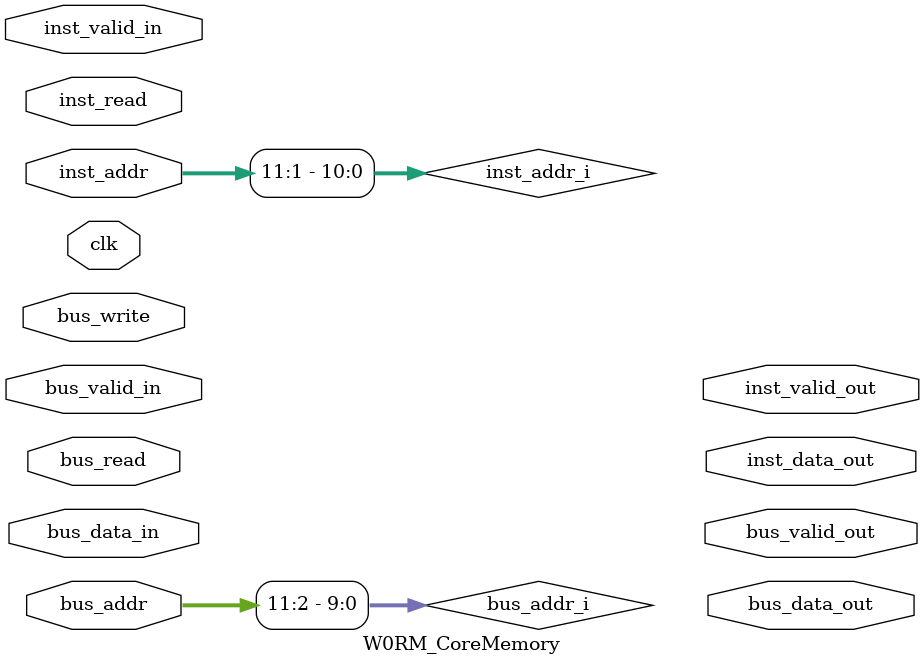
<source format=v>
`timescale 1ns/100ps

module W0RM_CoreMemory #(
  parameter BLOCK_RAM     = 0,
  parameter ADDR_WIDTH    = 32,
  parameter INST_WIDTH    = 16,
  parameter DATA_WIDTH    = 32,
  parameter BASE_ADDR     = 32'h20000000
)(
  input wire                      clk,
  
  input wire  [ADDR_WIDTH-1:0]    inst_addr,
  input wire                      inst_read,
                                  inst_valid_in,
  output wire [INST_WIDTH-1:0]    inst_data_out,
  output wire                     inst_valid_out,
  
  input wire  [ADDR_WIDTH-1:0]    bus_addr,
  input wire                      bus_read,
                                  bus_write,
                                  bus_valid_in,
  input wire  [DATA_WIDTH-1:0]    bus_data_in,
  output wire [DATA_WIDTH-1:0]    bus_data_out,
  output wire                     bus_valid_out
);
  localparam MEM_SIZE = 1024;
  wire  [DATA_WIDTH-1:0]    bus_data_i;
  wire  [INST_WIDTH-1:0]    inst_data_i;
  
  //reg   inst_decode_ce  = 0,
  //      bus_decode_ce   = 0;

  wire [10:0] inst_addr_i = inst_addr[11:1];
  wire [9:0]  bus_addr_i  = bus_addr[11:2];
  wire bus_decode_ce  = (bus_addr >= BASE_ADDR) && (bus_addr < (BASE_ADDR + MEM_SIZE));
  wire inst_decode_ce = (inst_addr >= BASE_ADDR) && (inst_addr < (BASE_ADDR + MEM_SIZE));
  
  generate
    if (BLOCK_RAM == 1)
    begin
      W0RM_CoreRAM_Block block_mem (
        .clka(clk),
        .ena(inst_read & inst_valid_in & inst_decode_ce),
        .wea(1'b0), // Read-only port
        .addra(inst_addr_i),
        .dina(16'd0), // Read-only port
        .douta(inst_data_i),
        
        .clkb(clk),
        .enb((bus_read | bus_write) & bus_valid_in & bus_decode_ce),
        .web(bus_write_i),
        .addrb(bus_addr_i),
        .dinb(bus_data_in),
        .doutb(bus_data_i)
      );
    end
    else
    begin
      wire  [DATA_WIDTH-1:0]  inst_data_i_32;
      reg   [10:0]            inst_addr_i_r = 0;
      
      always @(posedge clk)
        inst_addr_i_r <= inst_addr_i;
      
      W0RM_CoreRAM_Slice slice_mem (
        .clk(clk),
        .a(bus_addr_i),
        .we(bus_write & bus_valid_in & bus_decode_ce),
        .d(bus_data_in),
        .qspo(bus_data_i),
        
        .dpra(inst_addr_i[10:1]),
        .qdpo(inst_data_i_32)
      );
      
      assign inst_data_i = inst_addr_i_r[0] ? inst_data_i_32[15:0] : inst_data_i_32[31:16];
    end
  endgenerate
endmodule

</source>
